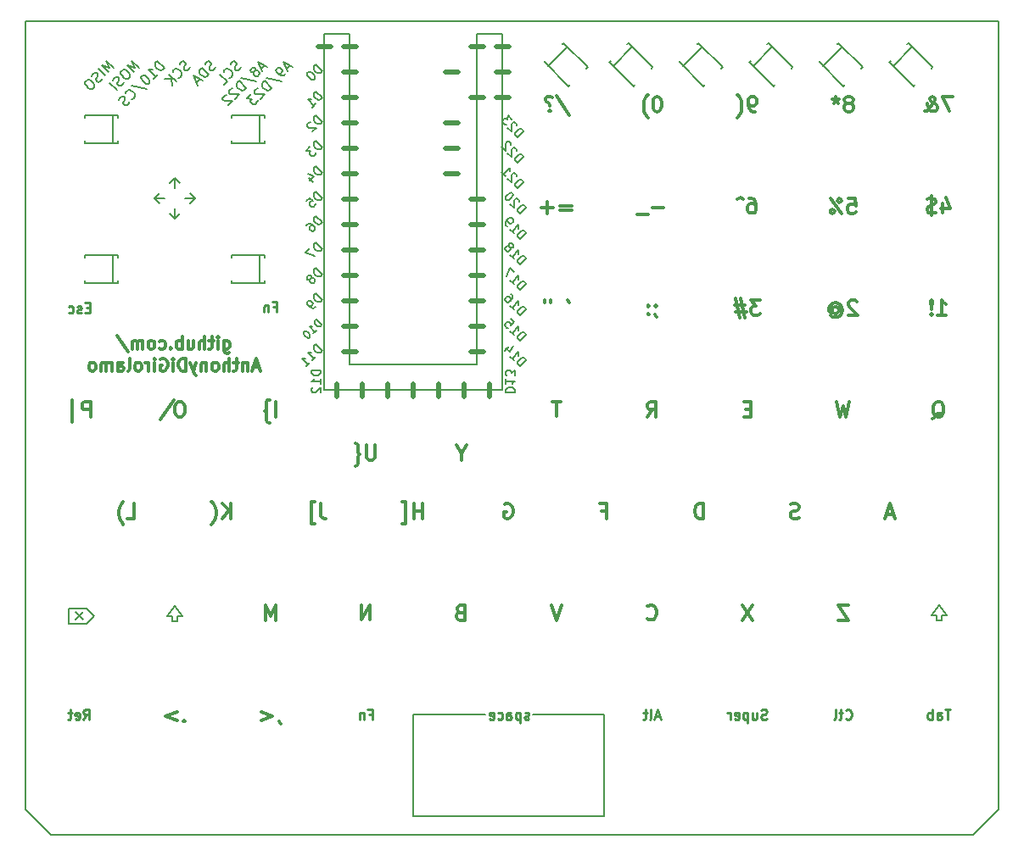
<source format=gbr>
%TF.GenerationSoftware,KiCad,Pcbnew,5.0.1-33cea8e~68~ubuntu16.04.1*%
%TF.CreationDate,2018-11-11T12:20:13-08:00*%
%TF.ProjectId,teensythumbboard,7465656E73797468756D62626F617264,rev?*%
%TF.SameCoordinates,PX68290a0PY463f660*%
%TF.FileFunction,Legend,Bot*%
%TF.FilePolarity,Positive*%
%FSLAX46Y46*%
G04 Gerber Fmt 4.6, Leading zero omitted, Abs format (unit mm)*
G04 Created by KiCad (PCBNEW 5.0.1-33cea8e~68~ubuntu16.04.1) date Sun 11 Nov 2018 12:20:13 PM PST*
%MOMM*%
%LPD*%
G01*
G04 APERTURE LIST*
%ADD10C,0.500000*%
%ADD11C,0.150000*%
%ADD12C,0.200000*%
%ADD13C,0.300000*%
%ADD14C,0.250000*%
G04 APERTURE END LIST*
D10*
X46990000Y-2540000D02*
X48260000Y-2540000D01*
X44450000Y-2540000D02*
X45720000Y-2540000D01*
X41910000Y-5080000D02*
X43180000Y-5080000D01*
X46990000Y-5080000D02*
X48260000Y-5080000D01*
X46990000Y-7620000D02*
X48260000Y-7620000D01*
X44450000Y-7620000D02*
X45720000Y-7620000D01*
X41910000Y-10160000D02*
X43180000Y-10160000D01*
X41910000Y-12700000D02*
X43180000Y-12700000D01*
X41910000Y-15240000D02*
X43180000Y-15240000D01*
X44450000Y-17780000D02*
X45720000Y-17780000D01*
X44450000Y-20320000D02*
X45720000Y-20320000D01*
X44450000Y-25400000D02*
X45720000Y-25400000D01*
X44450000Y-22860000D02*
X45720000Y-22860000D01*
X44450000Y-27940000D02*
X45720000Y-27940000D01*
X44450000Y-30480000D02*
X45720000Y-30480000D01*
X44450000Y-33020000D02*
X45720000Y-33020000D01*
X29210000Y-2540000D02*
X30480000Y-2540000D01*
X31750000Y-2540000D02*
X33020000Y-2540000D01*
X31750000Y-5080000D02*
X33020000Y-5080000D01*
X31750000Y-7620000D02*
X33020000Y-7620000D01*
X31750000Y-10160000D02*
X33020000Y-10160000D01*
X31750000Y-12700000D02*
X33020000Y-12700000D01*
X31750000Y-15240000D02*
X33020000Y-15240000D01*
X31750000Y-17780000D02*
X33020000Y-17780000D01*
X31750000Y-20320000D02*
X33020000Y-20320000D01*
X31750000Y-22860000D02*
X33020000Y-22860000D01*
X31750000Y-25400000D02*
X33020000Y-25400000D01*
X31750000Y-27940000D02*
X33020000Y-27940000D01*
X31750000Y-30480000D02*
X33020000Y-30480000D01*
X31750000Y-33020000D02*
X33020000Y-33020000D01*
X31115000Y-36195000D02*
X31115000Y-37465000D01*
X33655000Y-36195000D02*
X33655000Y-37465000D01*
X36195000Y-36195000D02*
X36195000Y-37465000D01*
X38735000Y-36195000D02*
X38735000Y-37465000D01*
X41275000Y-36195000D02*
X41275000Y-37465000D01*
X43815000Y-36195000D02*
X43815000Y-37465000D01*
X46355000Y-36195000D02*
X46355000Y-37465000D01*
D11*
X45085000Y-1270000D02*
X47625000Y-1270000D01*
X29845000Y-1270000D02*
X32385000Y-1270000D01*
X45085000Y-34290000D02*
X32385000Y-34290000D01*
X32385000Y-1270000D02*
X32385000Y-34290000D01*
X47625000Y-36830000D02*
X29845000Y-36830000D01*
X0Y0D02*
X97155000Y0D01*
X29845000Y-34290000D02*
X29845000Y-36830000D01*
D12*
X29490142Y-34888285D02*
X28590142Y-34888285D01*
X28590142Y-35102571D01*
X28633000Y-35231142D01*
X28718714Y-35316857D01*
X28804428Y-35359714D01*
X28975857Y-35402571D01*
X29104428Y-35402571D01*
X29275857Y-35359714D01*
X29361571Y-35316857D01*
X29447285Y-35231142D01*
X29490142Y-35102571D01*
X29490142Y-34888285D01*
X29490142Y-36259714D02*
X29490142Y-35745428D01*
X29490142Y-36002571D02*
X28590142Y-36002571D01*
X28718714Y-35916857D01*
X28804428Y-35831142D01*
X28847285Y-35745428D01*
X28675857Y-36602571D02*
X28633000Y-36645428D01*
X28590142Y-36731142D01*
X28590142Y-36945428D01*
X28633000Y-37031142D01*
X28675857Y-37074000D01*
X28761571Y-37116857D01*
X28847285Y-37116857D01*
X28975857Y-37074000D01*
X29490142Y-36559714D01*
X29490142Y-37116857D01*
D11*
X29845000Y-34290000D02*
X29845000Y-1270000D01*
X47625000Y-36830000D02*
X47625000Y-1270000D01*
X45085000Y-1270000D02*
X45085000Y-34290000D01*
D12*
X29635446Y-4976340D02*
X28999050Y-4339944D01*
X28847527Y-4491467D01*
X28786918Y-4612685D01*
X28786918Y-4733903D01*
X28817223Y-4824817D01*
X28908136Y-4976340D01*
X28999050Y-5067253D01*
X29150573Y-5158167D01*
X29241487Y-5188472D01*
X29362705Y-5188472D01*
X29483923Y-5127863D01*
X29635446Y-4976340D01*
X28241436Y-5097558D02*
X28180827Y-5158167D01*
X28150522Y-5249081D01*
X28150522Y-5309690D01*
X28180827Y-5400604D01*
X28271740Y-5552127D01*
X28423263Y-5703650D01*
X28574786Y-5794563D01*
X28665700Y-5824868D01*
X28726309Y-5824868D01*
X28817223Y-5794563D01*
X28877832Y-5733954D01*
X28908136Y-5643040D01*
X28908136Y-5582431D01*
X28877832Y-5491518D01*
X28786918Y-5339995D01*
X28635395Y-5188472D01*
X28483872Y-5097558D01*
X28392959Y-5067253D01*
X28332349Y-5067253D01*
X28241436Y-5097558D01*
X29635446Y-7643340D02*
X28999050Y-7006944D01*
X28847527Y-7158467D01*
X28786918Y-7279685D01*
X28786918Y-7400903D01*
X28817223Y-7491817D01*
X28908136Y-7643340D01*
X28999050Y-7734253D01*
X29150573Y-7825167D01*
X29241487Y-7855472D01*
X29362705Y-7855472D01*
X29483923Y-7794863D01*
X29635446Y-7643340D01*
X28665700Y-8613086D02*
X29029355Y-8249431D01*
X28847527Y-8431259D02*
X28211131Y-7794863D01*
X28362654Y-7825167D01*
X28483872Y-7825167D01*
X28574786Y-7794863D01*
X29635446Y-10056340D02*
X28999050Y-9419944D01*
X28847527Y-9571467D01*
X28786918Y-9692685D01*
X28786918Y-9813903D01*
X28817223Y-9904817D01*
X28908136Y-10056340D01*
X28999050Y-10147253D01*
X29150573Y-10238167D01*
X29241487Y-10268472D01*
X29362705Y-10268472D01*
X29483923Y-10207863D01*
X29635446Y-10056340D01*
X28453568Y-10086644D02*
X28392959Y-10086644D01*
X28302045Y-10116949D01*
X28150522Y-10268472D01*
X28120217Y-10359386D01*
X28120217Y-10419995D01*
X28150522Y-10510908D01*
X28211131Y-10571518D01*
X28332349Y-10632127D01*
X29059659Y-10632127D01*
X28665700Y-11026086D01*
X29635446Y-12596340D02*
X28999050Y-11959944D01*
X28847527Y-12111467D01*
X28786918Y-12232685D01*
X28786918Y-12353903D01*
X28817223Y-12444817D01*
X28908136Y-12596340D01*
X28999050Y-12687253D01*
X29150573Y-12778167D01*
X29241487Y-12808472D01*
X29362705Y-12808472D01*
X29483923Y-12747863D01*
X29635446Y-12596340D01*
X28423263Y-12535731D02*
X28029304Y-12929690D01*
X28483872Y-12959995D01*
X28392959Y-13050908D01*
X28362654Y-13141822D01*
X28362654Y-13202431D01*
X28392959Y-13293345D01*
X28544481Y-13444868D01*
X28635395Y-13475172D01*
X28696004Y-13475172D01*
X28786918Y-13444868D01*
X28968746Y-13263040D01*
X28999050Y-13172127D01*
X28999050Y-13111518D01*
X29635446Y-15136340D02*
X28999050Y-14499944D01*
X28847527Y-14651467D01*
X28786918Y-14772685D01*
X28786918Y-14893903D01*
X28817223Y-14984817D01*
X28908136Y-15136340D01*
X28999050Y-15227253D01*
X29150573Y-15318167D01*
X29241487Y-15348472D01*
X29362705Y-15348472D01*
X29483923Y-15287863D01*
X29635446Y-15136340D01*
X28302045Y-15621213D02*
X28726309Y-16045477D01*
X28211131Y-15227253D02*
X28817223Y-15530299D01*
X28423263Y-15924259D01*
X29635446Y-17676340D02*
X28999050Y-17039944D01*
X28847527Y-17191467D01*
X28786918Y-17312685D01*
X28786918Y-17433903D01*
X28817223Y-17524817D01*
X28908136Y-17676340D01*
X28999050Y-17767253D01*
X29150573Y-17858167D01*
X29241487Y-17888472D01*
X29362705Y-17888472D01*
X29483923Y-17827863D01*
X29635446Y-17676340D01*
X28059608Y-17979386D02*
X28362654Y-17676340D01*
X28696004Y-17949081D01*
X28635395Y-17949081D01*
X28544481Y-17979386D01*
X28392959Y-18130908D01*
X28362654Y-18221822D01*
X28362654Y-18282431D01*
X28392959Y-18373345D01*
X28544481Y-18524868D01*
X28635395Y-18555172D01*
X28696004Y-18555172D01*
X28786918Y-18524868D01*
X28938441Y-18373345D01*
X28968746Y-18282431D01*
X28968746Y-18221822D01*
X29635446Y-20089340D02*
X28999050Y-19452944D01*
X28847527Y-19604467D01*
X28786918Y-19725685D01*
X28786918Y-19846903D01*
X28817223Y-19937817D01*
X28908136Y-20089340D01*
X28999050Y-20180253D01*
X29150573Y-20271167D01*
X29241487Y-20301472D01*
X29362705Y-20301472D01*
X29483923Y-20240863D01*
X29635446Y-20089340D01*
X28089913Y-20362081D02*
X28211131Y-20240863D01*
X28302045Y-20210558D01*
X28362654Y-20210558D01*
X28514177Y-20240863D01*
X28665700Y-20331776D01*
X28908136Y-20574213D01*
X28938441Y-20665127D01*
X28938441Y-20725736D01*
X28908136Y-20816650D01*
X28786918Y-20937868D01*
X28696004Y-20968172D01*
X28635395Y-20968172D01*
X28544481Y-20937868D01*
X28392959Y-20786345D01*
X28362654Y-20695431D01*
X28362654Y-20634822D01*
X28392959Y-20543908D01*
X28514177Y-20422690D01*
X28605091Y-20392386D01*
X28665700Y-20392386D01*
X28756613Y-20422690D01*
X29635446Y-22756340D02*
X28999050Y-22119944D01*
X28847527Y-22271467D01*
X28786918Y-22392685D01*
X28786918Y-22513903D01*
X28817223Y-22604817D01*
X28908136Y-22756340D01*
X28999050Y-22847253D01*
X29150573Y-22938167D01*
X29241487Y-22968472D01*
X29362705Y-22968472D01*
X29483923Y-22907863D01*
X29635446Y-22756340D01*
X28423263Y-22695731D02*
X27998999Y-23119995D01*
X28908136Y-23483650D01*
X29635446Y-25296340D02*
X28999050Y-24659944D01*
X28847527Y-24811467D01*
X28786918Y-24932685D01*
X28786918Y-25053903D01*
X28817223Y-25144817D01*
X28908136Y-25296340D01*
X28999050Y-25387253D01*
X29150573Y-25478167D01*
X29241487Y-25508472D01*
X29362705Y-25508472D01*
X29483923Y-25447863D01*
X29635446Y-25296340D01*
X28544481Y-25659995D02*
X28574786Y-25569081D01*
X28574786Y-25508472D01*
X28544481Y-25417558D01*
X28514177Y-25387253D01*
X28423263Y-25356949D01*
X28362654Y-25356949D01*
X28271740Y-25387253D01*
X28150522Y-25508472D01*
X28120217Y-25599386D01*
X28120217Y-25659995D01*
X28150522Y-25750908D01*
X28180827Y-25781213D01*
X28271740Y-25811518D01*
X28332349Y-25811518D01*
X28423263Y-25781213D01*
X28544481Y-25659995D01*
X28635395Y-25629690D01*
X28696004Y-25629690D01*
X28786918Y-25659995D01*
X28908136Y-25781213D01*
X28938441Y-25872127D01*
X28938441Y-25932736D01*
X28908136Y-26023650D01*
X28786918Y-26144868D01*
X28696004Y-26175172D01*
X28635395Y-26175172D01*
X28544481Y-26144868D01*
X28423263Y-26023650D01*
X28392959Y-25932736D01*
X28392959Y-25872127D01*
X28423263Y-25781213D01*
X29635446Y-27836340D02*
X28999050Y-27199944D01*
X28847527Y-27351467D01*
X28786918Y-27472685D01*
X28786918Y-27593903D01*
X28817223Y-27684817D01*
X28908136Y-27836340D01*
X28999050Y-27927253D01*
X29150573Y-28018167D01*
X29241487Y-28048472D01*
X29362705Y-28048472D01*
X29483923Y-27987863D01*
X29635446Y-27836340D01*
X28968746Y-28503040D02*
X28847527Y-28624259D01*
X28756613Y-28654563D01*
X28696004Y-28654563D01*
X28544481Y-28624259D01*
X28392959Y-28533345D01*
X28150522Y-28290908D01*
X28120217Y-28199995D01*
X28120217Y-28139386D01*
X28150522Y-28048472D01*
X28271740Y-27927253D01*
X28362654Y-27896949D01*
X28423263Y-27896949D01*
X28514177Y-27927253D01*
X28665700Y-28078776D01*
X28696004Y-28169690D01*
X28696004Y-28230299D01*
X28665700Y-28321213D01*
X28544481Y-28442431D01*
X28453568Y-28472736D01*
X28392959Y-28472736D01*
X28302045Y-28442431D01*
X29620294Y-30327516D02*
X29054608Y-29761830D01*
X28919921Y-29896517D01*
X28866047Y-30004267D01*
X28866047Y-30112016D01*
X28892984Y-30192829D01*
X28973796Y-30327516D01*
X29054608Y-30408328D01*
X29189296Y-30489140D01*
X29270108Y-30516078D01*
X29377857Y-30516078D01*
X29485607Y-30462203D01*
X29620294Y-30327516D01*
X28758297Y-31189513D02*
X29081546Y-30866264D01*
X28919921Y-31027888D02*
X28354236Y-30462203D01*
X28488923Y-30489140D01*
X28596673Y-30489140D01*
X28677485Y-30462203D01*
X27842425Y-30974013D02*
X27788551Y-31027888D01*
X27761613Y-31108700D01*
X27761613Y-31162575D01*
X27788551Y-31243387D01*
X27869363Y-31378074D01*
X28004050Y-31512761D01*
X28138737Y-31593574D01*
X28219549Y-31620511D01*
X28273424Y-31620511D01*
X28354236Y-31593574D01*
X28408111Y-31539699D01*
X28435048Y-31458887D01*
X28435048Y-31405012D01*
X28408111Y-31324200D01*
X28327299Y-31189513D01*
X28192612Y-31054826D01*
X28057925Y-30974013D01*
X27977112Y-30947076D01*
X27923238Y-30947076D01*
X27842425Y-30974013D01*
X29635446Y-32916340D02*
X28999050Y-32279944D01*
X28847527Y-32431467D01*
X28786918Y-32552685D01*
X28786918Y-32673903D01*
X28817223Y-32764817D01*
X28908136Y-32916340D01*
X28999050Y-33007253D01*
X29150573Y-33098167D01*
X29241487Y-33128472D01*
X29362705Y-33128472D01*
X29483923Y-33067863D01*
X29635446Y-32916340D01*
X28665700Y-33886086D02*
X29029355Y-33522431D01*
X28847527Y-33704259D02*
X28211131Y-33067863D01*
X28362654Y-33098167D01*
X28483872Y-33098167D01*
X28574786Y-33067863D01*
X28059608Y-34492178D02*
X28423263Y-34128523D01*
X28241436Y-34310350D02*
X27605040Y-33673954D01*
X27756562Y-33704259D01*
X27877781Y-33704259D01*
X27968695Y-33673954D01*
X47979857Y-37074000D02*
X48879857Y-37074000D01*
X48879857Y-36859714D01*
X48837000Y-36731142D01*
X48751285Y-36645428D01*
X48665571Y-36602571D01*
X48494142Y-36559714D01*
X48365571Y-36559714D01*
X48194142Y-36602571D01*
X48108428Y-36645428D01*
X48022714Y-36731142D01*
X47979857Y-36859714D01*
X47979857Y-37074000D01*
X47979857Y-35702571D02*
X47979857Y-36216857D01*
X47979857Y-35959714D02*
X48879857Y-35959714D01*
X48751285Y-36045428D01*
X48665571Y-36131142D01*
X48622714Y-36216857D01*
X48879857Y-35402571D02*
X48879857Y-34845428D01*
X48537000Y-35145428D01*
X48537000Y-35016857D01*
X48494142Y-34931142D01*
X48451285Y-34888285D01*
X48365571Y-34845428D01*
X48151285Y-34845428D01*
X48065571Y-34888285D01*
X48022714Y-34931142D01*
X47979857Y-35016857D01*
X47979857Y-35274000D01*
X48022714Y-35359714D01*
X48065571Y-35402571D01*
X49380086Y-34461873D02*
X50016482Y-33825477D01*
X49864959Y-33673954D01*
X49743741Y-33613345D01*
X49622523Y-33613345D01*
X49531609Y-33643650D01*
X49380086Y-33734563D01*
X49289172Y-33825477D01*
X49198259Y-33977000D01*
X49167954Y-34067914D01*
X49167954Y-34189132D01*
X49228563Y-34310350D01*
X49380086Y-34461873D01*
X48410340Y-33492127D02*
X48773995Y-33855782D01*
X48592167Y-33673954D02*
X49228563Y-33037558D01*
X49198259Y-33189081D01*
X49198259Y-33310299D01*
X49228563Y-33401213D01*
X48289121Y-32522380D02*
X47864857Y-32946644D01*
X48683081Y-32431467D02*
X48380035Y-33037558D01*
X47986076Y-32643599D01*
X49380086Y-31921873D02*
X50016482Y-31285477D01*
X49864959Y-31133954D01*
X49743741Y-31073345D01*
X49622523Y-31073345D01*
X49531609Y-31103650D01*
X49380086Y-31194563D01*
X49289172Y-31285477D01*
X49198259Y-31437000D01*
X49167954Y-31527914D01*
X49167954Y-31649132D01*
X49228563Y-31770350D01*
X49380086Y-31921873D01*
X48410340Y-30952127D02*
X48773995Y-31315782D01*
X48592167Y-31133954D02*
X49228563Y-30497558D01*
X49198259Y-30649081D01*
X49198259Y-30770299D01*
X49228563Y-30861213D01*
X48470949Y-29739944D02*
X48773995Y-30042989D01*
X48501253Y-30376340D01*
X48501253Y-30315731D01*
X48470949Y-30224817D01*
X48319426Y-30073294D01*
X48228512Y-30042989D01*
X48167903Y-30042989D01*
X48076989Y-30073294D01*
X47925467Y-30224817D01*
X47895162Y-30315731D01*
X47895162Y-30376340D01*
X47925467Y-30467253D01*
X48076989Y-30618776D01*
X48167903Y-30649081D01*
X48228512Y-30649081D01*
X49380086Y-29381873D02*
X50016482Y-28745477D01*
X49864959Y-28593954D01*
X49743741Y-28533345D01*
X49622523Y-28533345D01*
X49531609Y-28563650D01*
X49380086Y-28654563D01*
X49289172Y-28745477D01*
X49198259Y-28897000D01*
X49167954Y-28987914D01*
X49167954Y-29109132D01*
X49228563Y-29230350D01*
X49380086Y-29381873D01*
X48410340Y-28412127D02*
X48773995Y-28775782D01*
X48592167Y-28593954D02*
X49228563Y-27957558D01*
X49198259Y-28109081D01*
X49198259Y-28230299D01*
X49228563Y-28321213D01*
X48501253Y-27230248D02*
X48622472Y-27351467D01*
X48652776Y-27442380D01*
X48652776Y-27502989D01*
X48622472Y-27654512D01*
X48531558Y-27806035D01*
X48289121Y-28048472D01*
X48198208Y-28078776D01*
X48137599Y-28078776D01*
X48046685Y-28048472D01*
X47925467Y-27927253D01*
X47895162Y-27836340D01*
X47895162Y-27775731D01*
X47925467Y-27684817D01*
X48076989Y-27533294D01*
X48167903Y-27502989D01*
X48228512Y-27502989D01*
X48319426Y-27533294D01*
X48440644Y-27654512D01*
X48470949Y-27745426D01*
X48470949Y-27806035D01*
X48440644Y-27896949D01*
X49380086Y-26841873D02*
X50016482Y-26205477D01*
X49864959Y-26053954D01*
X49743741Y-25993345D01*
X49622523Y-25993345D01*
X49531609Y-26023650D01*
X49380086Y-26114563D01*
X49289172Y-26205477D01*
X49198259Y-26357000D01*
X49167954Y-26447914D01*
X49167954Y-26569132D01*
X49228563Y-26690350D01*
X49380086Y-26841873D01*
X48410340Y-25872127D02*
X48773995Y-26235782D01*
X48592167Y-26053954D02*
X49228563Y-25417558D01*
X49198259Y-25569081D01*
X49198259Y-25690299D01*
X49228563Y-25781213D01*
X48834604Y-25023599D02*
X48410340Y-24599334D01*
X48046685Y-25508472D01*
X49380086Y-24301873D02*
X50016482Y-23665477D01*
X49864959Y-23513954D01*
X49743741Y-23453345D01*
X49622523Y-23453345D01*
X49531609Y-23483650D01*
X49380086Y-23574563D01*
X49289172Y-23665477D01*
X49198259Y-23817000D01*
X49167954Y-23907914D01*
X49167954Y-24029132D01*
X49228563Y-24150350D01*
X49380086Y-24301873D01*
X48410340Y-23332127D02*
X48773995Y-23695782D01*
X48592167Y-23513954D02*
X49228563Y-22877558D01*
X49198259Y-23029081D01*
X49198259Y-23150299D01*
X49228563Y-23241213D01*
X48410340Y-22604817D02*
X48501253Y-22635121D01*
X48561863Y-22635121D01*
X48652776Y-22604817D01*
X48683081Y-22574512D01*
X48713386Y-22483599D01*
X48713386Y-22422989D01*
X48683081Y-22332076D01*
X48561863Y-22210857D01*
X48470949Y-22180553D01*
X48410340Y-22180553D01*
X48319426Y-22210857D01*
X48289121Y-22241162D01*
X48258817Y-22332076D01*
X48258817Y-22392685D01*
X48289121Y-22483599D01*
X48410340Y-22604817D01*
X48440644Y-22695731D01*
X48440644Y-22756340D01*
X48410340Y-22847253D01*
X48289121Y-22968472D01*
X48198208Y-22998776D01*
X48137599Y-22998776D01*
X48046685Y-22968472D01*
X47925467Y-22847253D01*
X47895162Y-22756340D01*
X47895162Y-22695731D01*
X47925467Y-22604817D01*
X48046685Y-22483599D01*
X48137599Y-22453294D01*
X48198208Y-22453294D01*
X48289121Y-22483599D01*
X49380086Y-21761873D02*
X50016482Y-21125477D01*
X49864959Y-20973954D01*
X49743741Y-20913345D01*
X49622523Y-20913345D01*
X49531609Y-20943650D01*
X49380086Y-21034563D01*
X49289172Y-21125477D01*
X49198259Y-21277000D01*
X49167954Y-21367914D01*
X49167954Y-21489132D01*
X49228563Y-21610350D01*
X49380086Y-21761873D01*
X48410340Y-20792127D02*
X48773995Y-21155782D01*
X48592167Y-20973954D02*
X49228563Y-20337558D01*
X49198259Y-20489081D01*
X49198259Y-20610299D01*
X49228563Y-20701213D01*
X48107294Y-20489081D02*
X47986076Y-20367863D01*
X47955771Y-20276949D01*
X47955771Y-20216340D01*
X47986076Y-20064817D01*
X48076989Y-19913294D01*
X48319426Y-19670857D01*
X48410340Y-19640553D01*
X48470949Y-19640553D01*
X48561863Y-19670857D01*
X48683081Y-19792076D01*
X48713386Y-19882989D01*
X48713386Y-19943599D01*
X48683081Y-20034512D01*
X48531558Y-20186035D01*
X48440644Y-20216340D01*
X48380035Y-20216340D01*
X48289121Y-20186035D01*
X48167903Y-20064817D01*
X48137599Y-19973903D01*
X48137599Y-19913294D01*
X48167903Y-19822380D01*
X49380086Y-19221873D02*
X50016482Y-18585477D01*
X49864959Y-18433954D01*
X49743741Y-18373345D01*
X49622523Y-18373345D01*
X49531609Y-18403650D01*
X49380086Y-18494563D01*
X49289172Y-18585477D01*
X49198259Y-18737000D01*
X49167954Y-18827914D01*
X49167954Y-18949132D01*
X49228563Y-19070350D01*
X49380086Y-19221873D01*
X49349782Y-18039995D02*
X49349782Y-17979386D01*
X49319477Y-17888472D01*
X49167954Y-17736949D01*
X49077040Y-17706644D01*
X49016431Y-17706644D01*
X48925518Y-17736949D01*
X48864908Y-17797558D01*
X48804299Y-17918776D01*
X48804299Y-18646086D01*
X48410340Y-18252127D01*
X48652776Y-17221771D02*
X48592167Y-17161162D01*
X48501253Y-17130857D01*
X48440644Y-17130857D01*
X48349731Y-17161162D01*
X48198208Y-17252076D01*
X48046685Y-17403599D01*
X47955771Y-17555121D01*
X47925467Y-17646035D01*
X47925467Y-17706644D01*
X47955771Y-17797558D01*
X48016380Y-17858167D01*
X48107294Y-17888472D01*
X48167903Y-17888472D01*
X48258817Y-17858167D01*
X48410340Y-17767253D01*
X48561863Y-17615731D01*
X48652776Y-17464208D01*
X48683081Y-17373294D01*
X48683081Y-17312685D01*
X48652776Y-17221771D01*
X49126086Y-16681873D02*
X49762482Y-16045477D01*
X49610959Y-15893954D01*
X49489741Y-15833345D01*
X49368523Y-15833345D01*
X49277609Y-15863650D01*
X49126086Y-15954563D01*
X49035172Y-16045477D01*
X48944259Y-16197000D01*
X48913954Y-16287914D01*
X48913954Y-16409132D01*
X48974563Y-16530350D01*
X49126086Y-16681873D01*
X49095782Y-15499995D02*
X49095782Y-15439386D01*
X49065477Y-15348472D01*
X48913954Y-15196949D01*
X48823040Y-15166644D01*
X48762431Y-15166644D01*
X48671518Y-15196949D01*
X48610908Y-15257558D01*
X48550299Y-15378776D01*
X48550299Y-16106086D01*
X48156340Y-15712127D01*
X47550248Y-15106035D02*
X47913903Y-15469690D01*
X47732076Y-15287863D02*
X48368472Y-14651467D01*
X48338167Y-14802989D01*
X48338167Y-14924208D01*
X48368472Y-15015121D01*
X49126086Y-14141873D02*
X49762482Y-13505477D01*
X49610959Y-13353954D01*
X49489741Y-13293345D01*
X49368523Y-13293345D01*
X49277609Y-13323650D01*
X49126086Y-13414563D01*
X49035172Y-13505477D01*
X48944259Y-13657000D01*
X48913954Y-13747914D01*
X48913954Y-13869132D01*
X48974563Y-13990350D01*
X49126086Y-14141873D01*
X49095782Y-12959995D02*
X49095782Y-12899386D01*
X49065477Y-12808472D01*
X48913954Y-12656949D01*
X48823040Y-12626644D01*
X48762431Y-12626644D01*
X48671518Y-12656949D01*
X48610908Y-12717558D01*
X48550299Y-12838776D01*
X48550299Y-13566086D01*
X48156340Y-13172127D01*
X48489690Y-12353903D02*
X48489690Y-12293294D01*
X48459386Y-12202380D01*
X48307863Y-12050857D01*
X48216949Y-12020553D01*
X48156340Y-12020553D01*
X48065426Y-12050857D01*
X48004817Y-12111467D01*
X47944208Y-12232685D01*
X47944208Y-12959995D01*
X47550248Y-12566035D01*
X49126086Y-11601873D02*
X49762482Y-10965477D01*
X49610959Y-10813954D01*
X49489741Y-10753345D01*
X49368523Y-10753345D01*
X49277609Y-10783650D01*
X49126086Y-10874563D01*
X49035172Y-10965477D01*
X48944259Y-11117000D01*
X48913954Y-11207914D01*
X48913954Y-11329132D01*
X48974563Y-11450350D01*
X49126086Y-11601873D01*
X49095782Y-10419995D02*
X49095782Y-10359386D01*
X49065477Y-10268472D01*
X48913954Y-10116949D01*
X48823040Y-10086644D01*
X48762431Y-10086644D01*
X48671518Y-10116949D01*
X48610908Y-10177558D01*
X48550299Y-10298776D01*
X48550299Y-11026086D01*
X48156340Y-10632127D01*
X48580604Y-9783599D02*
X48186644Y-9389639D01*
X48156340Y-9844208D01*
X48065426Y-9753294D01*
X47974512Y-9722989D01*
X47913903Y-9722989D01*
X47822989Y-9753294D01*
X47671467Y-9904817D01*
X47641162Y-9995731D01*
X47641162Y-10056340D01*
X47671467Y-10147253D01*
X47853294Y-10329081D01*
X47944208Y-10359386D01*
X48004817Y-10359386D01*
D13*
X10159714Y-49678571D02*
X10874000Y-49678571D01*
X10874000Y-48178571D01*
X9802571Y-50250000D02*
X9731142Y-50178571D01*
X9588285Y-49964285D01*
X9516857Y-49821428D01*
X9445428Y-49607142D01*
X9374000Y-49250000D01*
X9374000Y-48964285D01*
X9445428Y-48607142D01*
X9516857Y-48392857D01*
X9588285Y-48250000D01*
X9731142Y-48035714D01*
X9802571Y-47964285D01*
X20541857Y-49678571D02*
X20541857Y-48178571D01*
X19684714Y-49678571D02*
X20327571Y-48821428D01*
X19684714Y-48178571D02*
X20541857Y-49035714D01*
X18613285Y-50250000D02*
X18684714Y-50178571D01*
X18827571Y-49964285D01*
X18899000Y-49821428D01*
X18970428Y-49607142D01*
X19041857Y-49250000D01*
X19041857Y-48964285D01*
X18970428Y-48607142D01*
X18899000Y-48392857D01*
X18827571Y-48250000D01*
X18684714Y-48035714D01*
X18613285Y-47964285D01*
X29459714Y-48178571D02*
X29459714Y-49250000D01*
X29531142Y-49464285D01*
X29674000Y-49607142D01*
X29888285Y-49678571D01*
X30031142Y-49678571D01*
X28888285Y-50178571D02*
X28531142Y-50178571D01*
X28531142Y-48035714D01*
X28888285Y-48035714D01*
X86681142Y-49250000D02*
X85966857Y-49250000D01*
X86824000Y-49678571D02*
X86324000Y-48178571D01*
X85824000Y-49678571D01*
X77227571Y-49607142D02*
X77013285Y-49678571D01*
X76656142Y-49678571D01*
X76513285Y-49607142D01*
X76441857Y-49535714D01*
X76370428Y-49392857D01*
X76370428Y-49250000D01*
X76441857Y-49107142D01*
X76513285Y-49035714D01*
X76656142Y-48964285D01*
X76941857Y-48892857D01*
X77084714Y-48821428D01*
X77156142Y-48750000D01*
X77227571Y-48607142D01*
X77227571Y-48464285D01*
X77156142Y-48321428D01*
X77084714Y-48250000D01*
X76941857Y-48178571D01*
X76584714Y-48178571D01*
X76370428Y-48250000D01*
X67666857Y-49678571D02*
X67666857Y-48178571D01*
X67309714Y-48178571D01*
X67095428Y-48250000D01*
X66952571Y-48392857D01*
X66881142Y-48535714D01*
X66809714Y-48821428D01*
X66809714Y-49035714D01*
X66881142Y-49321428D01*
X66952571Y-49464285D01*
X67095428Y-49607142D01*
X67309714Y-49678571D01*
X67666857Y-49678571D01*
X39627571Y-49678571D02*
X39627571Y-48178571D01*
X39627571Y-48892857D02*
X38770428Y-48892857D01*
X38770428Y-49678571D02*
X38770428Y-48178571D01*
X37627571Y-50178571D02*
X37984714Y-50178571D01*
X37984714Y-48035714D01*
X37627571Y-48035714D01*
X57534714Y-48892857D02*
X58034714Y-48892857D01*
X58034714Y-49678571D02*
X58034714Y-48178571D01*
X57320428Y-48178571D01*
X47831142Y-48250000D02*
X47974000Y-48178571D01*
X48188285Y-48178571D01*
X48402571Y-48250000D01*
X48545428Y-48392857D01*
X48616857Y-48535714D01*
X48688285Y-48821428D01*
X48688285Y-49035714D01*
X48616857Y-49321428D01*
X48545428Y-49464285D01*
X48402571Y-49607142D01*
X48188285Y-49678571D01*
X48045428Y-49678571D01*
X47831142Y-49607142D01*
X47759714Y-49535714D01*
X47759714Y-49035714D01*
X48045428Y-49035714D01*
X73350000Y-27858571D02*
X72421428Y-27858571D01*
X72921428Y-28430000D01*
X72707142Y-28430000D01*
X72564285Y-28501428D01*
X72492857Y-28572857D01*
X72421428Y-28715714D01*
X72421428Y-29072857D01*
X72492857Y-29215714D01*
X72564285Y-29287142D01*
X72707142Y-29358571D01*
X73135714Y-29358571D01*
X73278571Y-29287142D01*
X73350000Y-29215714D01*
X71850000Y-28358571D02*
X70778571Y-28358571D01*
X71421428Y-27715714D02*
X71850000Y-29644285D01*
X70921428Y-29001428D02*
X71992857Y-29001428D01*
X71350000Y-29644285D02*
X70921428Y-27715714D01*
D14*
X24784523Y-28503571D02*
X25117857Y-28503571D01*
X25117857Y-29027380D02*
X25117857Y-28027380D01*
X24641666Y-28027380D01*
X24260714Y-28360714D02*
X24260714Y-29027380D01*
X24260714Y-28455952D02*
X24213095Y-28408333D01*
X24117857Y-28360714D01*
X23975000Y-28360714D01*
X23879761Y-28408333D01*
X23832142Y-28503571D01*
X23832142Y-29027380D01*
X6472619Y-28608571D02*
X6139285Y-28608571D01*
X5996428Y-29132380D02*
X6472619Y-29132380D01*
X6472619Y-28132380D01*
X5996428Y-28132380D01*
X5615476Y-29084761D02*
X5520238Y-29132380D01*
X5329761Y-29132380D01*
X5234523Y-29084761D01*
X5186904Y-28989523D01*
X5186904Y-28941904D01*
X5234523Y-28846666D01*
X5329761Y-28799047D01*
X5472619Y-28799047D01*
X5567857Y-28751428D01*
X5615476Y-28656190D01*
X5615476Y-28608571D01*
X5567857Y-28513333D01*
X5472619Y-28465714D01*
X5329761Y-28465714D01*
X5234523Y-28513333D01*
X4329761Y-29084761D02*
X4425000Y-29132380D01*
X4615476Y-29132380D01*
X4710714Y-29084761D01*
X4758333Y-29037142D01*
X4805952Y-28941904D01*
X4805952Y-28656190D01*
X4758333Y-28560952D01*
X4710714Y-28513333D01*
X4615476Y-28465714D01*
X4425000Y-28465714D01*
X4329761Y-28513333D01*
D13*
X53050000Y-7437142D02*
X54335714Y-9365714D01*
X52335714Y-8865714D02*
X52264285Y-8937142D01*
X52335714Y-9008571D01*
X52407142Y-8937142D01*
X52335714Y-8865714D01*
X52335714Y-9008571D01*
X52621428Y-7580000D02*
X52478571Y-7508571D01*
X52121428Y-7508571D01*
X51978571Y-7580000D01*
X51907142Y-7722857D01*
X51907142Y-7865714D01*
X51978571Y-8008571D01*
X52050000Y-8080000D01*
X52192857Y-8151428D01*
X52264285Y-8222857D01*
X52335714Y-8365714D01*
X52335714Y-8437142D01*
X63146428Y-7538571D02*
X63003571Y-7538571D01*
X62860714Y-7610000D01*
X62789285Y-7681428D01*
X62717857Y-7824285D01*
X62646428Y-8110000D01*
X62646428Y-8467142D01*
X62717857Y-8752857D01*
X62789285Y-8895714D01*
X62860714Y-8967142D01*
X63003571Y-9038571D01*
X63146428Y-9038571D01*
X63289285Y-8967142D01*
X63360714Y-8895714D01*
X63432142Y-8752857D01*
X63503571Y-8467142D01*
X63503571Y-8110000D01*
X63432142Y-7824285D01*
X63360714Y-7681428D01*
X63289285Y-7610000D01*
X63146428Y-7538571D01*
X62146428Y-9610000D02*
X62075000Y-9538571D01*
X61932142Y-9324285D01*
X61860714Y-9181428D01*
X61789285Y-8967142D01*
X61717857Y-8610000D01*
X61717857Y-8324285D01*
X61789285Y-7967142D01*
X61860714Y-7752857D01*
X61932142Y-7610000D01*
X62075000Y-7395714D01*
X62146428Y-7324285D01*
X72885714Y-9038571D02*
X72600000Y-9038571D01*
X72457142Y-8967142D01*
X72385714Y-8895714D01*
X72242857Y-8681428D01*
X72171428Y-8395714D01*
X72171428Y-7824285D01*
X72242857Y-7681428D01*
X72314285Y-7610000D01*
X72457142Y-7538571D01*
X72742857Y-7538571D01*
X72885714Y-7610000D01*
X72957142Y-7681428D01*
X73028571Y-7824285D01*
X73028571Y-8181428D01*
X72957142Y-8324285D01*
X72885714Y-8395714D01*
X72742857Y-8467142D01*
X72457142Y-8467142D01*
X72314285Y-8395714D01*
X72242857Y-8324285D01*
X72171428Y-8181428D01*
X71100000Y-9610000D02*
X71171428Y-9538571D01*
X71314285Y-9324285D01*
X71385714Y-9181428D01*
X71457142Y-8967142D01*
X71528571Y-8610000D01*
X71528571Y-8324285D01*
X71457142Y-7967142D01*
X71385714Y-7752857D01*
X71314285Y-7610000D01*
X71171428Y-7395714D01*
X71100000Y-7324285D01*
X82339285Y-8181428D02*
X82482142Y-8110000D01*
X82553571Y-8038571D01*
X82625000Y-7895714D01*
X82625000Y-7824285D01*
X82553571Y-7681428D01*
X82482142Y-7610000D01*
X82339285Y-7538571D01*
X82053571Y-7538571D01*
X81910714Y-7610000D01*
X81839285Y-7681428D01*
X81767857Y-7824285D01*
X81767857Y-7895714D01*
X81839285Y-8038571D01*
X81910714Y-8110000D01*
X82053571Y-8181428D01*
X82339285Y-8181428D01*
X82482142Y-8252857D01*
X82553571Y-8324285D01*
X82625000Y-8467142D01*
X82625000Y-8752857D01*
X82553571Y-8895714D01*
X82482142Y-8967142D01*
X82339285Y-9038571D01*
X82053571Y-9038571D01*
X81910714Y-8967142D01*
X81839285Y-8895714D01*
X81767857Y-8752857D01*
X81767857Y-8467142D01*
X81839285Y-8324285D01*
X81910714Y-8252857D01*
X82053571Y-8181428D01*
X80910714Y-7538571D02*
X80910714Y-7895714D01*
X81267857Y-7752857D02*
X80910714Y-7895714D01*
X80553571Y-7752857D01*
X81125000Y-8181428D02*
X80910714Y-7895714D01*
X80696428Y-8181428D01*
X92578571Y-7508571D02*
X91578571Y-7508571D01*
X92221428Y-9008571D01*
X89792857Y-9008571D02*
X89864285Y-9008571D01*
X90007142Y-8937142D01*
X90221428Y-8722857D01*
X90578571Y-8294285D01*
X90721428Y-8080000D01*
X90792857Y-7865714D01*
X90792857Y-7722857D01*
X90721428Y-7580000D01*
X90578571Y-7508571D01*
X90507142Y-7508571D01*
X90364285Y-7580000D01*
X90292857Y-7722857D01*
X90292857Y-7794285D01*
X90364285Y-7937142D01*
X90435714Y-8008571D01*
X90864285Y-8294285D01*
X90935714Y-8365714D01*
X91007142Y-8508571D01*
X91007142Y-8722857D01*
X90935714Y-8865714D01*
X90864285Y-8937142D01*
X90721428Y-9008571D01*
X90507142Y-9008571D01*
X90364285Y-8937142D01*
X90292857Y-8865714D01*
X90078571Y-8580000D01*
X90007142Y-8365714D01*
X90007142Y-8222857D01*
X54550000Y-18412857D02*
X53407142Y-18412857D01*
X53407142Y-18841428D02*
X54550000Y-18841428D01*
X52692857Y-18627142D02*
X51550000Y-18627142D01*
X52121428Y-19198571D02*
X52121428Y-18055714D01*
X63717857Y-18597142D02*
X62575000Y-18597142D01*
X62217857Y-19311428D02*
X61075000Y-19311428D01*
X72242857Y-17668571D02*
X72528571Y-17668571D01*
X72671428Y-17740000D01*
X72742857Y-17811428D01*
X72885714Y-18025714D01*
X72957142Y-18311428D01*
X72957142Y-18882857D01*
X72885714Y-19025714D01*
X72814285Y-19097142D01*
X72671428Y-19168571D01*
X72385714Y-19168571D01*
X72242857Y-19097142D01*
X72171428Y-19025714D01*
X72100000Y-18882857D01*
X72100000Y-18525714D01*
X72171428Y-18382857D01*
X72242857Y-18311428D01*
X72385714Y-18240000D01*
X72671428Y-18240000D01*
X72814285Y-18311428D01*
X72885714Y-18382857D01*
X72957142Y-18525714D01*
X71671428Y-17811428D02*
X71385714Y-17597142D01*
X71100000Y-17811428D01*
X82125000Y-17698571D02*
X82839285Y-17698571D01*
X82910714Y-18412857D01*
X82839285Y-18341428D01*
X82696428Y-18270000D01*
X82339285Y-18270000D01*
X82196428Y-18341428D01*
X82125000Y-18412857D01*
X82053571Y-18555714D01*
X82053571Y-18912857D01*
X82125000Y-19055714D01*
X82196428Y-19127142D01*
X82339285Y-19198571D01*
X82696428Y-19198571D01*
X82839285Y-19127142D01*
X82910714Y-19055714D01*
X81482142Y-19198571D02*
X80339285Y-17698571D01*
X81267857Y-17698571D02*
X81125000Y-17770000D01*
X81053571Y-17912857D01*
X81125000Y-18055714D01*
X81267857Y-18127142D01*
X81410714Y-18055714D01*
X81482142Y-17912857D01*
X81410714Y-17770000D01*
X81267857Y-17698571D01*
X80410714Y-19127142D02*
X80339285Y-18984285D01*
X80410714Y-18841428D01*
X80553571Y-18770000D01*
X80696428Y-18841428D01*
X80767857Y-18984285D01*
X80696428Y-19127142D01*
X80553571Y-19198571D01*
X80410714Y-19127142D01*
X91578571Y-18168571D02*
X91578571Y-19168571D01*
X91935714Y-17597142D02*
X92292857Y-18668571D01*
X91364285Y-18668571D01*
X90864285Y-19097142D02*
X90650000Y-19168571D01*
X90292857Y-19168571D01*
X90150000Y-19097142D01*
X90078571Y-19025714D01*
X90007142Y-18882857D01*
X90007142Y-18740000D01*
X90078571Y-18597142D01*
X90150000Y-18525714D01*
X90292857Y-18454285D01*
X90578571Y-18382857D01*
X90721428Y-18311428D01*
X90792857Y-18240000D01*
X90864285Y-18097142D01*
X90864285Y-17954285D01*
X90792857Y-17811428D01*
X90721428Y-17740000D01*
X90578571Y-17668571D01*
X90221428Y-17668571D01*
X90007142Y-17740000D01*
X90435714Y-17454285D02*
X90435714Y-19382857D01*
X54121428Y-27828571D02*
X54264285Y-28114285D01*
X52407142Y-27828571D02*
X52407142Y-28114285D01*
X51835714Y-27828571D02*
X51835714Y-28114285D01*
X62860714Y-29257142D02*
X62860714Y-29328571D01*
X62932142Y-29471428D01*
X63003571Y-29542857D01*
X62932142Y-28400000D02*
X62860714Y-28471428D01*
X62932142Y-28542857D01*
X63003571Y-28471428D01*
X62932142Y-28400000D01*
X62932142Y-28542857D01*
X62217857Y-29185714D02*
X62146428Y-29257142D01*
X62217857Y-29328571D01*
X62289285Y-29257142D01*
X62217857Y-29185714D01*
X62217857Y-29328571D01*
X62217857Y-28400000D02*
X62146428Y-28471428D01*
X62217857Y-28542857D01*
X62289285Y-28471428D01*
X62217857Y-28400000D01*
X62217857Y-28542857D01*
X83017857Y-28001428D02*
X82946428Y-27930000D01*
X82803571Y-27858571D01*
X82446428Y-27858571D01*
X82303571Y-27930000D01*
X82232142Y-28001428D01*
X82160714Y-28144285D01*
X82160714Y-28287142D01*
X82232142Y-28501428D01*
X83089285Y-29358571D01*
X82160714Y-29358571D01*
X80589285Y-28644285D02*
X80660714Y-28572857D01*
X80803571Y-28501428D01*
X80946428Y-28501428D01*
X81089285Y-28572857D01*
X81160714Y-28644285D01*
X81232142Y-28787142D01*
X81232142Y-28930000D01*
X81160714Y-29072857D01*
X81089285Y-29144285D01*
X80946428Y-29215714D01*
X80803571Y-29215714D01*
X80660714Y-29144285D01*
X80589285Y-29072857D01*
X80589285Y-28501428D02*
X80589285Y-29072857D01*
X80517857Y-29144285D01*
X80446428Y-29144285D01*
X80303571Y-29072857D01*
X80232142Y-28930000D01*
X80232142Y-28572857D01*
X80375000Y-28358571D01*
X80589285Y-28215714D01*
X80875000Y-28144285D01*
X81160714Y-28215714D01*
X81375000Y-28358571D01*
X81517857Y-28572857D01*
X81589285Y-28858571D01*
X81517857Y-29144285D01*
X81375000Y-29358571D01*
X81160714Y-29501428D01*
X80875000Y-29572857D01*
X80589285Y-29501428D01*
X80375000Y-29358571D01*
X91078571Y-29358571D02*
X91935714Y-29358571D01*
X91507142Y-29358571D02*
X91507142Y-27858571D01*
X91650000Y-28072857D01*
X91792857Y-28215714D01*
X91935714Y-28287142D01*
X90435714Y-29215714D02*
X90364285Y-29287142D01*
X90435714Y-29358571D01*
X90507142Y-29287142D01*
X90435714Y-29215714D01*
X90435714Y-29358571D01*
X90435714Y-28787142D02*
X90507142Y-27930000D01*
X90435714Y-27858571D01*
X90364285Y-27930000D01*
X90435714Y-28787142D01*
X90435714Y-27858571D01*
X6532142Y-39518571D02*
X6532142Y-38018571D01*
X5960714Y-38018571D01*
X5817857Y-38090000D01*
X5746428Y-38161428D01*
X5675000Y-38304285D01*
X5675000Y-38518571D01*
X5746428Y-38661428D01*
X5817857Y-38732857D01*
X5960714Y-38804285D01*
X6532142Y-38804285D01*
X4675000Y-40018571D02*
X4675000Y-37875714D01*
X15592857Y-38018571D02*
X15307142Y-38018571D01*
X15164285Y-38090000D01*
X15021428Y-38232857D01*
X14950000Y-38518571D01*
X14950000Y-39018571D01*
X15021428Y-39304285D01*
X15164285Y-39447142D01*
X15307142Y-39518571D01*
X15592857Y-39518571D01*
X15735714Y-39447142D01*
X15878571Y-39304285D01*
X15950000Y-39018571D01*
X15950000Y-38518571D01*
X15878571Y-38232857D01*
X15735714Y-38090000D01*
X15592857Y-38018571D01*
X14807142Y-37875714D02*
X13521428Y-39804285D01*
X24975000Y-39518571D02*
X24975000Y-38018571D01*
X24403571Y-40090000D02*
X24332142Y-40090000D01*
X24189285Y-40018571D01*
X24117857Y-39875714D01*
X24117857Y-39161428D01*
X24046428Y-39018571D01*
X23903571Y-38947142D01*
X24046428Y-38875714D01*
X24117857Y-38732857D01*
X24117857Y-38018571D01*
X24189285Y-37875714D01*
X24332142Y-37804285D01*
X24403571Y-37804285D01*
X34928571Y-42358571D02*
X34928571Y-43572857D01*
X34857142Y-43715714D01*
X34785714Y-43787142D01*
X34642857Y-43858571D01*
X34357142Y-43858571D01*
X34214285Y-43787142D01*
X34142857Y-43715714D01*
X34071428Y-43572857D01*
X34071428Y-42358571D01*
X32928571Y-44430000D02*
X33000000Y-44430000D01*
X33142857Y-44358571D01*
X33214285Y-44215714D01*
X33214285Y-43501428D01*
X33285714Y-43358571D01*
X33428571Y-43287142D01*
X33285714Y-43215714D01*
X33214285Y-43072857D01*
X33214285Y-42358571D01*
X33142857Y-42215714D01*
X33000000Y-42144285D01*
X32928571Y-42144285D01*
X43525000Y-43144285D02*
X43525000Y-43858571D01*
X44025000Y-42358571D02*
X43525000Y-43144285D01*
X43025000Y-42358571D01*
X53478571Y-37988571D02*
X52621428Y-37988571D01*
X53050000Y-39488571D02*
X53050000Y-37988571D01*
X62110714Y-39518571D02*
X62610714Y-38804285D01*
X62967857Y-39518571D02*
X62967857Y-38018571D01*
X62396428Y-38018571D01*
X62253571Y-38090000D01*
X62182142Y-38161428D01*
X62110714Y-38304285D01*
X62110714Y-38518571D01*
X62182142Y-38661428D01*
X62253571Y-38732857D01*
X62396428Y-38804285D01*
X62967857Y-38804285D01*
X72421428Y-38732857D02*
X71921428Y-38732857D01*
X71707142Y-39518571D02*
X72421428Y-39518571D01*
X72421428Y-38018571D01*
X71707142Y-38018571D01*
X82267857Y-38018571D02*
X81910714Y-39518571D01*
X81625000Y-38447142D01*
X81339285Y-39518571D01*
X80982142Y-38018571D01*
X90578571Y-39661428D02*
X90721428Y-39590000D01*
X90864285Y-39447142D01*
X91078571Y-39232857D01*
X91221428Y-39161428D01*
X91364285Y-39161428D01*
X91292857Y-39518571D02*
X91435714Y-39447142D01*
X91578571Y-39304285D01*
X91650000Y-39018571D01*
X91650000Y-38518571D01*
X91578571Y-38232857D01*
X91435714Y-38090000D01*
X91292857Y-38018571D01*
X91007142Y-38018571D01*
X90864285Y-38090000D01*
X90721428Y-38232857D01*
X90650000Y-38518571D01*
X90650000Y-39018571D01*
X90721428Y-39304285D01*
X90864285Y-39447142D01*
X91007142Y-39518571D01*
X91292857Y-39518571D01*
X24975000Y-59838571D02*
X24975000Y-58338571D01*
X24475000Y-59410000D01*
X23975000Y-58338571D01*
X23975000Y-59838571D01*
X34428571Y-59808571D02*
X34428571Y-58308571D01*
X33571428Y-59808571D01*
X33571428Y-58308571D01*
X43417857Y-59052857D02*
X43203571Y-59124285D01*
X43132142Y-59195714D01*
X43060714Y-59338571D01*
X43060714Y-59552857D01*
X43132142Y-59695714D01*
X43203571Y-59767142D01*
X43346428Y-59838571D01*
X43917857Y-59838571D01*
X43917857Y-58338571D01*
X43417857Y-58338571D01*
X43275000Y-58410000D01*
X43203571Y-58481428D01*
X43132142Y-58624285D01*
X43132142Y-58767142D01*
X43203571Y-58910000D01*
X43275000Y-58981428D01*
X43417857Y-59052857D01*
X43917857Y-59052857D01*
X53550000Y-58338571D02*
X53050000Y-59838571D01*
X52550000Y-58338571D01*
X62110714Y-59665714D02*
X62182142Y-59737142D01*
X62396428Y-59808571D01*
X62539285Y-59808571D01*
X62753571Y-59737142D01*
X62896428Y-59594285D01*
X62967857Y-59451428D01*
X63039285Y-59165714D01*
X63039285Y-58951428D01*
X62967857Y-58665714D01*
X62896428Y-58522857D01*
X62753571Y-58380000D01*
X62539285Y-58308571D01*
X62396428Y-58308571D01*
X62182142Y-58380000D01*
X62110714Y-58451428D01*
X72600000Y-58338571D02*
X71600000Y-59838571D01*
X71600000Y-58338571D02*
X72600000Y-59838571D01*
X82125000Y-58338571D02*
X81125000Y-58338571D01*
X82125000Y-59838571D01*
X81125000Y-59838571D01*
D12*
X14685400Y-59969400D02*
X15193400Y-59969400D01*
X14685400Y-59461400D02*
X14685400Y-59969400D01*
X15193400Y-59969400D02*
X15193400Y-59461400D01*
X15193400Y-59461400D02*
X15701400Y-59461400D01*
X14177400Y-59461400D02*
X14685400Y-59461400D01*
X14939400Y-58445400D02*
X14177400Y-59461400D01*
X15701400Y-59461400D02*
X14939400Y-58445400D01*
X5780671Y-59007853D02*
X5018671Y-59769853D01*
X6161671Y-60150853D02*
X4383671Y-60150853D01*
X5780671Y-59769853D02*
X5018671Y-59007853D01*
X4383671Y-58626853D02*
X6161671Y-58626853D01*
X6161671Y-58626853D02*
X6923671Y-59388853D01*
X6923671Y-59388853D02*
X6161671Y-60150853D01*
X4383671Y-60150853D02*
X4383671Y-58626853D01*
X91964900Y-59334400D02*
X91202900Y-58318400D01*
X91202900Y-58318400D02*
X90440900Y-59334400D01*
X90440900Y-59334400D02*
X90948900Y-59334400D01*
X90948900Y-59334400D02*
X90948900Y-59842400D01*
X90948900Y-59842400D02*
X91456900Y-59842400D01*
X91456900Y-59842400D02*
X91456900Y-59334400D01*
X91456900Y-59334400D02*
X91964900Y-59334400D01*
X38762500Y-69290000D02*
X38762500Y-79450000D01*
X38762500Y-79450000D02*
X57812500Y-79450000D01*
X57812500Y-79450000D02*
X57812500Y-69290000D01*
X50668750Y-69290000D02*
X57812500Y-69290000D01*
X45906250Y-69290000D02*
X38762500Y-69290000D01*
D14*
X34309523Y-69218571D02*
X34642857Y-69218571D01*
X34642857Y-69742380D02*
X34642857Y-68742380D01*
X34166666Y-68742380D01*
X33785714Y-69075714D02*
X33785714Y-69742380D01*
X33785714Y-69170952D02*
X33738095Y-69123333D01*
X33642857Y-69075714D01*
X33500000Y-69075714D01*
X33404761Y-69123333D01*
X33357142Y-69218571D01*
X33357142Y-69742380D01*
D13*
X25332142Y-69897142D02*
X25332142Y-69968571D01*
X25403571Y-70111428D01*
X25475000Y-70182857D01*
X23546428Y-68968571D02*
X24689285Y-69397142D01*
X23546428Y-69825714D01*
D14*
X92340476Y-68742380D02*
X91769047Y-68742380D01*
X92054761Y-69742380D02*
X92054761Y-68742380D01*
X91007142Y-69742380D02*
X91007142Y-69218571D01*
X91054761Y-69123333D01*
X91150000Y-69075714D01*
X91340476Y-69075714D01*
X91435714Y-69123333D01*
X91007142Y-69694761D02*
X91102380Y-69742380D01*
X91340476Y-69742380D01*
X91435714Y-69694761D01*
X91483333Y-69599523D01*
X91483333Y-69504285D01*
X91435714Y-69409047D01*
X91340476Y-69361428D01*
X91102380Y-69361428D01*
X91007142Y-69313809D01*
X90530952Y-69742380D02*
X90530952Y-68742380D01*
X90530952Y-69123333D02*
X90435714Y-69075714D01*
X90245238Y-69075714D01*
X90150000Y-69123333D01*
X90102380Y-69170952D01*
X90054761Y-69266190D01*
X90054761Y-69551904D01*
X90102380Y-69647142D01*
X90150000Y-69694761D01*
X90245238Y-69742380D01*
X90435714Y-69742380D01*
X90530952Y-69694761D01*
X81863095Y-69647142D02*
X81910714Y-69694761D01*
X82053571Y-69742380D01*
X82148809Y-69742380D01*
X82291666Y-69694761D01*
X82386904Y-69599523D01*
X82434523Y-69504285D01*
X82482142Y-69313809D01*
X82482142Y-69170952D01*
X82434523Y-68980476D01*
X82386904Y-68885238D01*
X82291666Y-68790000D01*
X82148809Y-68742380D01*
X82053571Y-68742380D01*
X81910714Y-68790000D01*
X81863095Y-68837619D01*
X81577380Y-69075714D02*
X81196428Y-69075714D01*
X81434523Y-68742380D02*
X81434523Y-69599523D01*
X81386904Y-69694761D01*
X81291666Y-69742380D01*
X81196428Y-69742380D01*
X80720238Y-69742380D02*
X80815476Y-69694761D01*
X80863095Y-69599523D01*
X80863095Y-68742380D01*
X74028571Y-69694761D02*
X73885714Y-69742380D01*
X73647619Y-69742380D01*
X73552380Y-69694761D01*
X73504761Y-69647142D01*
X73457142Y-69551904D01*
X73457142Y-69456666D01*
X73504761Y-69361428D01*
X73552380Y-69313809D01*
X73647619Y-69266190D01*
X73838095Y-69218571D01*
X73933333Y-69170952D01*
X73980952Y-69123333D01*
X74028571Y-69028095D01*
X74028571Y-68932857D01*
X73980952Y-68837619D01*
X73933333Y-68790000D01*
X73838095Y-68742380D01*
X73600000Y-68742380D01*
X73457142Y-68790000D01*
X72600000Y-69075714D02*
X72600000Y-69742380D01*
X73028571Y-69075714D02*
X73028571Y-69599523D01*
X72980952Y-69694761D01*
X72885714Y-69742380D01*
X72742857Y-69742380D01*
X72647619Y-69694761D01*
X72600000Y-69647142D01*
X72123809Y-69075714D02*
X72123809Y-70075714D01*
X72123809Y-69123333D02*
X72028571Y-69075714D01*
X71838095Y-69075714D01*
X71742857Y-69123333D01*
X71695238Y-69170952D01*
X71647619Y-69266190D01*
X71647619Y-69551904D01*
X71695238Y-69647142D01*
X71742857Y-69694761D01*
X71838095Y-69742380D01*
X72028571Y-69742380D01*
X72123809Y-69694761D01*
X70838095Y-69694761D02*
X70933333Y-69742380D01*
X71123809Y-69742380D01*
X71219047Y-69694761D01*
X71266666Y-69599523D01*
X71266666Y-69218571D01*
X71219047Y-69123333D01*
X71123809Y-69075714D01*
X70933333Y-69075714D01*
X70838095Y-69123333D01*
X70790476Y-69218571D01*
X70790476Y-69313809D01*
X71266666Y-69409047D01*
X70361904Y-69742380D02*
X70361904Y-69075714D01*
X70361904Y-69266190D02*
X70314285Y-69170952D01*
X70266666Y-69123333D01*
X70171428Y-69075714D01*
X70076190Y-69075714D01*
X63360714Y-69456666D02*
X62884523Y-69456666D01*
X63455952Y-69742380D02*
X63122619Y-68742380D01*
X62789285Y-69742380D01*
X62313095Y-69742380D02*
X62408333Y-69694761D01*
X62455952Y-69599523D01*
X62455952Y-68742380D01*
X62075000Y-69075714D02*
X61694047Y-69075714D01*
X61932142Y-68742380D02*
X61932142Y-69599523D01*
X61884523Y-69694761D01*
X61789285Y-69742380D01*
X61694047Y-69742380D01*
X50263690Y-69694761D02*
X50168452Y-69742380D01*
X49977976Y-69742380D01*
X49882738Y-69694761D01*
X49835119Y-69599523D01*
X49835119Y-69551904D01*
X49882738Y-69456666D01*
X49977976Y-69409047D01*
X50120833Y-69409047D01*
X50216071Y-69361428D01*
X50263690Y-69266190D01*
X50263690Y-69218571D01*
X50216071Y-69123333D01*
X50120833Y-69075714D01*
X49977976Y-69075714D01*
X49882738Y-69123333D01*
X49406547Y-69075714D02*
X49406547Y-70075714D01*
X49406547Y-69123333D02*
X49311309Y-69075714D01*
X49120833Y-69075714D01*
X49025595Y-69123333D01*
X48977976Y-69170952D01*
X48930357Y-69266190D01*
X48930357Y-69551904D01*
X48977976Y-69647142D01*
X49025595Y-69694761D01*
X49120833Y-69742380D01*
X49311309Y-69742380D01*
X49406547Y-69694761D01*
X48073214Y-69742380D02*
X48073214Y-69218571D01*
X48120833Y-69123333D01*
X48216071Y-69075714D01*
X48406547Y-69075714D01*
X48501785Y-69123333D01*
X48073214Y-69694761D02*
X48168452Y-69742380D01*
X48406547Y-69742380D01*
X48501785Y-69694761D01*
X48549404Y-69599523D01*
X48549404Y-69504285D01*
X48501785Y-69409047D01*
X48406547Y-69361428D01*
X48168452Y-69361428D01*
X48073214Y-69313809D01*
X47168452Y-69694761D02*
X47263690Y-69742380D01*
X47454166Y-69742380D01*
X47549404Y-69694761D01*
X47597023Y-69647142D01*
X47644642Y-69551904D01*
X47644642Y-69266190D01*
X47597023Y-69170952D01*
X47549404Y-69123333D01*
X47454166Y-69075714D01*
X47263690Y-69075714D01*
X47168452Y-69123333D01*
X46358928Y-69694761D02*
X46454166Y-69742380D01*
X46644642Y-69742380D01*
X46739880Y-69694761D01*
X46787500Y-69599523D01*
X46787500Y-69218571D01*
X46739880Y-69123333D01*
X46644642Y-69075714D01*
X46454166Y-69075714D01*
X46358928Y-69123333D01*
X46311309Y-69218571D01*
X46311309Y-69313809D01*
X46787500Y-69409047D01*
D13*
X15878571Y-69825714D02*
X15807142Y-69897142D01*
X15878571Y-69968571D01*
X15950000Y-69897142D01*
X15878571Y-69825714D01*
X15878571Y-69968571D01*
X15164285Y-68968571D02*
X14021428Y-69397142D01*
X15164285Y-69825714D01*
D14*
X5829761Y-69742380D02*
X6163095Y-69266190D01*
X6401190Y-69742380D02*
X6401190Y-68742380D01*
X6020238Y-68742380D01*
X5925000Y-68790000D01*
X5877380Y-68837619D01*
X5829761Y-68932857D01*
X5829761Y-69075714D01*
X5877380Y-69170952D01*
X5925000Y-69218571D01*
X6020238Y-69266190D01*
X6401190Y-69266190D01*
X5020238Y-69694761D02*
X5115476Y-69742380D01*
X5305952Y-69742380D01*
X5401190Y-69694761D01*
X5448809Y-69599523D01*
X5448809Y-69218571D01*
X5401190Y-69123333D01*
X5305952Y-69075714D01*
X5115476Y-69075714D01*
X5020238Y-69123333D01*
X4972619Y-69218571D01*
X4972619Y-69313809D01*
X5448809Y-69409047D01*
X4686904Y-69075714D02*
X4305952Y-69075714D01*
X4544047Y-68742380D02*
X4544047Y-69599523D01*
X4496428Y-69694761D01*
X4401190Y-69742380D01*
X4305952Y-69742380D01*
D12*
X14942820Y-18699480D02*
X14942820Y-19715480D01*
X14942820Y-19715480D02*
X14434820Y-19207480D01*
X14942820Y-19715480D02*
X15450820Y-19207480D01*
X15958820Y-17683480D02*
X16974820Y-17683480D01*
X16974820Y-17683480D02*
X16466820Y-17175480D01*
X16974820Y-17683480D02*
X16466820Y-18191480D01*
X14942820Y-16667480D02*
X14942820Y-15651480D01*
X14942820Y-15651480D02*
X15450820Y-16159480D01*
X14942820Y-15651480D02*
X14434820Y-16159480D01*
X13926820Y-17683480D02*
X12910820Y-17683480D01*
X13418820Y-17175480D02*
X12910820Y-17683480D01*
X12910820Y-17683480D02*
X13418820Y-18191480D01*
D11*
X86614000Y-4445000D02*
X88519000Y-2540000D01*
X88646000Y-6477000D02*
X88773000Y-6350000D01*
X88011000Y-2286000D02*
X88138000Y-2159000D01*
X86233000Y-4064000D02*
X88646000Y-6477000D01*
X88138000Y-2159000D02*
X90551000Y-4572000D01*
X90551000Y-4572000D02*
X90424000Y-4699000D01*
X86360000Y-3937000D02*
X86233000Y-4064000D01*
X79629000Y-4445000D02*
X81534000Y-2540000D01*
X81661000Y-6477000D02*
X81788000Y-6350000D01*
X81153000Y-2159000D02*
X83566000Y-4572000D01*
X81026000Y-2286000D02*
X81153000Y-2159000D01*
X79248000Y-4064000D02*
X81661000Y-6477000D01*
X79375000Y-3937000D02*
X79248000Y-4064000D01*
X83566000Y-4572000D02*
X83439000Y-4699000D01*
X72390000Y-3937000D02*
X72263000Y-4064000D01*
X74041000Y-2286000D02*
X74168000Y-2159000D01*
X72644000Y-4445000D02*
X74549000Y-2540000D01*
X74676000Y-6477000D02*
X74803000Y-6350000D01*
X76581000Y-4572000D02*
X76454000Y-4699000D01*
X74168000Y-2159000D02*
X76581000Y-4572000D01*
X72263000Y-4064000D02*
X74676000Y-6477000D01*
X65405000Y-3937000D02*
X65278000Y-4064000D01*
X65278000Y-4064000D02*
X67691000Y-6477000D01*
X69596000Y-4572000D02*
X69469000Y-4699000D01*
X67691000Y-6477000D02*
X67818000Y-6350000D01*
X67183000Y-2159000D02*
X69596000Y-4572000D01*
X67056000Y-2286000D02*
X67183000Y-2159000D01*
X65659000Y-4445000D02*
X67564000Y-2540000D01*
X58674000Y-4445000D02*
X60579000Y-2540000D01*
X60706000Y-6477000D02*
X60833000Y-6350000D01*
X60071000Y-2286000D02*
X60198000Y-2159000D01*
X58420000Y-3937000D02*
X58293000Y-4064000D01*
X60198000Y-2159000D02*
X62611000Y-4572000D01*
X58293000Y-4064000D02*
X60706000Y-6477000D01*
X62611000Y-4572000D02*
X62484000Y-4699000D01*
X52197000Y-4445000D02*
X54102000Y-2540000D01*
X54229000Y-6477000D02*
X54356000Y-6350000D01*
X51816000Y-4064000D02*
X54229000Y-6477000D01*
X51943000Y-3937000D02*
X51816000Y-4064000D01*
X56134000Y-4572000D02*
X56007000Y-4699000D01*
X53721000Y-2159000D02*
X56134000Y-4572000D01*
X53594000Y-2286000D02*
X53721000Y-2159000D01*
X20574000Y-12192000D02*
X23876000Y-12192000D01*
X23876000Y-12192000D02*
X23876000Y-11938000D01*
X20574000Y-9652000D02*
X20574000Y-9398000D01*
X23368000Y-9398000D02*
X23368000Y-12192000D01*
X20574000Y-11938000D02*
X20574000Y-12192000D01*
X23876000Y-9398000D02*
X23876000Y-9652000D01*
X20574000Y-9398000D02*
X23876000Y-9398000D01*
X20574000Y-26162000D02*
X23876000Y-26162000D01*
X20574000Y-25908000D02*
X20574000Y-26162000D01*
X23876000Y-23368000D02*
X23876000Y-23622000D01*
X23876000Y-26162000D02*
X23876000Y-25908000D01*
X20574000Y-23622000D02*
X20574000Y-23368000D01*
X20574000Y-23368000D02*
X23876000Y-23368000D01*
X23368000Y-23368000D02*
X23368000Y-26162000D01*
X8763000Y-23368000D02*
X8763000Y-26162000D01*
X5969000Y-26162000D02*
X9271000Y-26162000D01*
X5969000Y-23368000D02*
X9271000Y-23368000D01*
X5969000Y-25908000D02*
X5969000Y-26162000D01*
X9271000Y-23368000D02*
X9271000Y-23622000D01*
X5969000Y-23622000D02*
X5969000Y-23368000D01*
X9271000Y-26162000D02*
X9271000Y-25908000D01*
X8763000Y-9398000D02*
X8763000Y-12192000D01*
X5969000Y-9652000D02*
X5969000Y-9398000D01*
X9271000Y-12192000D02*
X9271000Y-11938000D01*
X5969000Y-12192000D02*
X9271000Y-12192000D01*
X5969000Y-11938000D02*
X5969000Y-12192000D01*
X9271000Y-9398000D02*
X9271000Y-9652000D01*
X5969000Y-9398000D02*
X9271000Y-9398000D01*
D13*
X19829238Y-31918642D02*
X19829238Y-32930547D01*
X19888761Y-33049595D01*
X19948285Y-33109119D01*
X20067333Y-33168642D01*
X20245904Y-33168642D01*
X20364952Y-33109119D01*
X19829238Y-32692452D02*
X19948285Y-32751976D01*
X20186380Y-32751976D01*
X20305428Y-32692452D01*
X20364952Y-32632928D01*
X20424476Y-32513880D01*
X20424476Y-32156738D01*
X20364952Y-32037690D01*
X20305428Y-31978166D01*
X20186380Y-31918642D01*
X19948285Y-31918642D01*
X19829238Y-31978166D01*
X19234000Y-32751976D02*
X19234000Y-31918642D01*
X19234000Y-31501976D02*
X19293523Y-31561500D01*
X19234000Y-31621023D01*
X19174476Y-31561500D01*
X19234000Y-31501976D01*
X19234000Y-31621023D01*
X18817333Y-31918642D02*
X18341142Y-31918642D01*
X18638761Y-31501976D02*
X18638761Y-32573404D01*
X18579238Y-32692452D01*
X18460190Y-32751976D01*
X18341142Y-32751976D01*
X17924476Y-32751976D02*
X17924476Y-31501976D01*
X17388761Y-32751976D02*
X17388761Y-32097214D01*
X17448285Y-31978166D01*
X17567333Y-31918642D01*
X17745904Y-31918642D01*
X17864952Y-31978166D01*
X17924476Y-32037690D01*
X16257809Y-31918642D02*
X16257809Y-32751976D01*
X16793523Y-31918642D02*
X16793523Y-32573404D01*
X16734000Y-32692452D01*
X16614952Y-32751976D01*
X16436380Y-32751976D01*
X16317333Y-32692452D01*
X16257809Y-32632928D01*
X15662571Y-32751976D02*
X15662571Y-31501976D01*
X15662571Y-31978166D02*
X15543523Y-31918642D01*
X15305428Y-31918642D01*
X15186380Y-31978166D01*
X15126857Y-32037690D01*
X15067333Y-32156738D01*
X15067333Y-32513880D01*
X15126857Y-32632928D01*
X15186380Y-32692452D01*
X15305428Y-32751976D01*
X15543523Y-32751976D01*
X15662571Y-32692452D01*
X14531619Y-32632928D02*
X14472095Y-32692452D01*
X14531619Y-32751976D01*
X14591142Y-32692452D01*
X14531619Y-32632928D01*
X14531619Y-32751976D01*
X13400666Y-32692452D02*
X13519714Y-32751976D01*
X13757809Y-32751976D01*
X13876857Y-32692452D01*
X13936380Y-32632928D01*
X13995904Y-32513880D01*
X13995904Y-32156738D01*
X13936380Y-32037690D01*
X13876857Y-31978166D01*
X13757809Y-31918642D01*
X13519714Y-31918642D01*
X13400666Y-31978166D01*
X12686380Y-32751976D02*
X12805428Y-32692452D01*
X12864952Y-32632928D01*
X12924476Y-32513880D01*
X12924476Y-32156738D01*
X12864952Y-32037690D01*
X12805428Y-31978166D01*
X12686380Y-31918642D01*
X12507809Y-31918642D01*
X12388761Y-31978166D01*
X12329238Y-32037690D01*
X12269714Y-32156738D01*
X12269714Y-32513880D01*
X12329238Y-32632928D01*
X12388761Y-32692452D01*
X12507809Y-32751976D01*
X12686380Y-32751976D01*
X11734000Y-32751976D02*
X11734000Y-31918642D01*
X11734000Y-32037690D02*
X11674476Y-31978166D01*
X11555428Y-31918642D01*
X11376857Y-31918642D01*
X11257809Y-31978166D01*
X11198285Y-32097214D01*
X11198285Y-32751976D01*
X11198285Y-32097214D02*
X11138761Y-31978166D01*
X11019714Y-31918642D01*
X10841142Y-31918642D01*
X10722095Y-31978166D01*
X10662571Y-32097214D01*
X10662571Y-32751976D01*
X9174476Y-31442452D02*
X10245904Y-33049595D01*
X23341142Y-34569833D02*
X22745904Y-34569833D01*
X23460190Y-34926976D02*
X23043523Y-33676976D01*
X22626857Y-34926976D01*
X22210190Y-34093642D02*
X22210190Y-34926976D01*
X22210190Y-34212690D02*
X22150666Y-34153166D01*
X22031619Y-34093642D01*
X21853047Y-34093642D01*
X21734000Y-34153166D01*
X21674476Y-34272214D01*
X21674476Y-34926976D01*
X21257809Y-34093642D02*
X20781619Y-34093642D01*
X21079238Y-33676976D02*
X21079238Y-34748404D01*
X21019714Y-34867452D01*
X20900666Y-34926976D01*
X20781619Y-34926976D01*
X20364952Y-34926976D02*
X20364952Y-33676976D01*
X19829238Y-34926976D02*
X19829238Y-34272214D01*
X19888761Y-34153166D01*
X20007809Y-34093642D01*
X20186380Y-34093642D01*
X20305428Y-34153166D01*
X20364952Y-34212690D01*
X19055428Y-34926976D02*
X19174476Y-34867452D01*
X19234000Y-34807928D01*
X19293523Y-34688880D01*
X19293523Y-34331738D01*
X19234000Y-34212690D01*
X19174476Y-34153166D01*
X19055428Y-34093642D01*
X18876857Y-34093642D01*
X18757809Y-34153166D01*
X18698285Y-34212690D01*
X18638761Y-34331738D01*
X18638761Y-34688880D01*
X18698285Y-34807928D01*
X18757809Y-34867452D01*
X18876857Y-34926976D01*
X19055428Y-34926976D01*
X18103047Y-34093642D02*
X18103047Y-34926976D01*
X18103047Y-34212690D02*
X18043523Y-34153166D01*
X17924476Y-34093642D01*
X17745904Y-34093642D01*
X17626857Y-34153166D01*
X17567333Y-34272214D01*
X17567333Y-34926976D01*
X17091142Y-34093642D02*
X16793523Y-34926976D01*
X16495904Y-34093642D02*
X16793523Y-34926976D01*
X16912571Y-35224595D01*
X16972095Y-35284119D01*
X17091142Y-35343642D01*
X16019714Y-34926976D02*
X16019714Y-33676976D01*
X15722095Y-33676976D01*
X15543523Y-33736500D01*
X15424476Y-33855547D01*
X15364952Y-33974595D01*
X15305428Y-34212690D01*
X15305428Y-34391261D01*
X15364952Y-34629357D01*
X15424476Y-34748404D01*
X15543523Y-34867452D01*
X15722095Y-34926976D01*
X16019714Y-34926976D01*
X14769714Y-34926976D02*
X14769714Y-34093642D01*
X14769714Y-33676976D02*
X14829238Y-33736500D01*
X14769714Y-33796023D01*
X14710190Y-33736500D01*
X14769714Y-33676976D01*
X14769714Y-33796023D01*
X13519714Y-33736500D02*
X13638761Y-33676976D01*
X13817333Y-33676976D01*
X13995904Y-33736500D01*
X14114952Y-33855547D01*
X14174476Y-33974595D01*
X14234000Y-34212690D01*
X14234000Y-34391261D01*
X14174476Y-34629357D01*
X14114952Y-34748404D01*
X13995904Y-34867452D01*
X13817333Y-34926976D01*
X13698285Y-34926976D01*
X13519714Y-34867452D01*
X13460190Y-34807928D01*
X13460190Y-34391261D01*
X13698285Y-34391261D01*
X12924476Y-34926976D02*
X12924476Y-34093642D01*
X12924476Y-33676976D02*
X12984000Y-33736500D01*
X12924476Y-33796023D01*
X12864952Y-33736500D01*
X12924476Y-33676976D01*
X12924476Y-33796023D01*
X12329238Y-34926976D02*
X12329238Y-34093642D01*
X12329238Y-34331738D02*
X12269714Y-34212690D01*
X12210190Y-34153166D01*
X12091142Y-34093642D01*
X11972095Y-34093642D01*
X11376857Y-34926976D02*
X11495904Y-34867452D01*
X11555428Y-34807928D01*
X11614952Y-34688880D01*
X11614952Y-34331738D01*
X11555428Y-34212690D01*
X11495904Y-34153166D01*
X11376857Y-34093642D01*
X11198285Y-34093642D01*
X11079238Y-34153166D01*
X11019714Y-34212690D01*
X10960190Y-34331738D01*
X10960190Y-34688880D01*
X11019714Y-34807928D01*
X11079238Y-34867452D01*
X11198285Y-34926976D01*
X11376857Y-34926976D01*
X10245904Y-34926976D02*
X10364952Y-34867452D01*
X10424476Y-34748404D01*
X10424476Y-33676976D01*
X9234000Y-34926976D02*
X9234000Y-34272214D01*
X9293523Y-34153166D01*
X9412571Y-34093642D01*
X9650666Y-34093642D01*
X9769714Y-34153166D01*
X9234000Y-34867452D02*
X9353047Y-34926976D01*
X9650666Y-34926976D01*
X9769714Y-34867452D01*
X9829238Y-34748404D01*
X9829238Y-34629357D01*
X9769714Y-34510309D01*
X9650666Y-34450785D01*
X9353047Y-34450785D01*
X9234000Y-34391261D01*
X8638761Y-34926976D02*
X8638761Y-34093642D01*
X8638761Y-34212690D02*
X8579238Y-34153166D01*
X8460190Y-34093642D01*
X8281619Y-34093642D01*
X8162571Y-34153166D01*
X8103047Y-34272214D01*
X8103047Y-34926976D01*
X8103047Y-34272214D02*
X8043523Y-34153166D01*
X7924476Y-34093642D01*
X7745904Y-34093642D01*
X7626857Y-34153166D01*
X7567333Y-34272214D01*
X7567333Y-34926976D01*
X6793523Y-34926976D02*
X6912571Y-34867452D01*
X6972095Y-34807928D01*
X7031619Y-34688880D01*
X7031619Y-34331738D01*
X6972095Y-34212690D01*
X6912571Y-34153166D01*
X6793523Y-34093642D01*
X6614952Y-34093642D01*
X6495904Y-34153166D01*
X6436380Y-34212690D01*
X6376857Y-34331738D01*
X6376857Y-34688880D01*
X6436380Y-34807928D01*
X6495904Y-34867452D01*
X6614952Y-34926976D01*
X6793523Y-34926976D01*
D12*
X26434240Y-4408462D02*
X26097522Y-4745179D01*
X26703614Y-4543149D02*
X25760805Y-4071744D01*
X26232209Y-5014553D01*
X25962835Y-5283927D02*
X25828148Y-5418614D01*
X25727133Y-5452286D01*
X25659789Y-5452286D01*
X25491431Y-5418614D01*
X25323072Y-5317599D01*
X25053698Y-5048225D01*
X25020026Y-4947210D01*
X25020026Y-4879866D01*
X25053698Y-4778851D01*
X25188385Y-4644164D01*
X25289400Y-4610492D01*
X25356744Y-4610492D01*
X25457759Y-4644164D01*
X25626118Y-4812523D01*
X25659789Y-4913538D01*
X25659789Y-4980881D01*
X25626118Y-5081897D01*
X25491431Y-5216584D01*
X25390415Y-5250255D01*
X25323072Y-5250255D01*
X25222057Y-5216584D01*
X24077217Y-5687988D02*
X25592446Y-5991034D01*
X24582293Y-6664469D02*
X23875187Y-5957362D01*
X23706828Y-6125721D01*
X23639484Y-6260408D01*
X23639484Y-6395095D01*
X23673156Y-6496110D01*
X23774171Y-6664469D01*
X23875187Y-6765484D01*
X24043545Y-6866499D01*
X24144561Y-6900171D01*
X24279248Y-6900171D01*
X24413935Y-6832828D01*
X24582293Y-6664469D01*
X23269095Y-6698141D02*
X23201752Y-6698141D01*
X23100736Y-6731812D01*
X22932378Y-6900171D01*
X22898706Y-7001186D01*
X22898706Y-7068530D01*
X22932378Y-7169545D01*
X22999721Y-7236889D01*
X23134408Y-7304232D01*
X23942530Y-7304232D01*
X23504797Y-7741965D01*
X22561988Y-7270560D02*
X22124256Y-7708293D01*
X22629332Y-7741965D01*
X22528317Y-7842980D01*
X22494645Y-7943995D01*
X22494645Y-8011339D01*
X22528317Y-8112354D01*
X22696675Y-8280713D01*
X22797691Y-8314385D01*
X22865034Y-8314385D01*
X22966049Y-8280713D01*
X23168080Y-8078682D01*
X23201752Y-7977667D01*
X23201752Y-7910324D01*
X23894240Y-4408462D02*
X23557522Y-4745179D01*
X24163614Y-4543149D02*
X23220805Y-4071744D01*
X23692209Y-5014553D01*
X22951431Y-4947210D02*
X22985102Y-4846194D01*
X22985102Y-4778851D01*
X22951431Y-4677836D01*
X22917759Y-4644164D01*
X22816744Y-4610492D01*
X22749400Y-4610492D01*
X22648385Y-4644164D01*
X22513698Y-4778851D01*
X22480026Y-4879866D01*
X22480026Y-4947210D01*
X22513698Y-5048225D01*
X22547370Y-5081897D01*
X22648385Y-5115568D01*
X22715728Y-5115568D01*
X22816744Y-5081897D01*
X22951431Y-4947210D01*
X23052446Y-4913538D01*
X23119789Y-4913538D01*
X23220805Y-4947210D01*
X23355492Y-5081897D01*
X23389163Y-5182912D01*
X23389163Y-5250255D01*
X23355492Y-5351271D01*
X23220805Y-5485958D01*
X23119789Y-5519629D01*
X23052446Y-5519629D01*
X22951431Y-5485958D01*
X22816744Y-5351271D01*
X22783072Y-5250255D01*
X22783072Y-5182912D01*
X22816744Y-5081897D01*
X21537217Y-5687988D02*
X23052446Y-5991034D01*
X22042293Y-6664469D02*
X21335187Y-5957362D01*
X21166828Y-6125721D01*
X21099484Y-6260408D01*
X21099484Y-6395095D01*
X21133156Y-6496110D01*
X21234171Y-6664469D01*
X21335187Y-6765484D01*
X21503545Y-6866499D01*
X21604561Y-6900171D01*
X21739248Y-6900171D01*
X21873935Y-6832828D01*
X22042293Y-6664469D01*
X20729095Y-6698141D02*
X20661752Y-6698141D01*
X20560736Y-6731812D01*
X20392378Y-6900171D01*
X20358706Y-7001186D01*
X20358706Y-7068530D01*
X20392378Y-7169545D01*
X20459721Y-7236889D01*
X20594408Y-7304232D01*
X21402530Y-7304232D01*
X20964797Y-7741965D01*
X20055660Y-7371576D02*
X19988317Y-7371576D01*
X19887301Y-7405247D01*
X19718943Y-7573606D01*
X19685271Y-7674621D01*
X19685271Y-7741965D01*
X19718943Y-7842980D01*
X19786286Y-7910324D01*
X19920973Y-7977667D01*
X20729095Y-7977667D01*
X20291362Y-8415400D01*
X21522599Y-4576820D02*
X21455255Y-4711507D01*
X21286896Y-4879866D01*
X21185881Y-4913538D01*
X21118537Y-4913538D01*
X21017522Y-4879866D01*
X20950179Y-4812523D01*
X20916507Y-4711507D01*
X20916507Y-4644164D01*
X20950179Y-4543149D01*
X21051194Y-4374790D01*
X21084866Y-4273775D01*
X21084866Y-4206431D01*
X21051194Y-4105416D01*
X20983850Y-4038072D01*
X20882835Y-4004400D01*
X20815492Y-4004400D01*
X20714476Y-4038072D01*
X20546118Y-4206431D01*
X20478774Y-4341118D01*
X20377759Y-5654316D02*
X20445102Y-5654316D01*
X20579789Y-5586973D01*
X20647133Y-5519629D01*
X20714476Y-5384942D01*
X20714476Y-5250255D01*
X20680805Y-5149240D01*
X20579789Y-4980881D01*
X20478774Y-4879866D01*
X20310415Y-4778851D01*
X20209400Y-4745179D01*
X20074713Y-4745179D01*
X19940026Y-4812523D01*
X19872683Y-4879866D01*
X19805339Y-5014553D01*
X19805339Y-5081897D01*
X19805339Y-6361423D02*
X20142057Y-6024706D01*
X19434950Y-5317599D01*
X18982599Y-4576820D02*
X18915255Y-4711507D01*
X18746896Y-4879866D01*
X18645881Y-4913538D01*
X18578537Y-4913538D01*
X18477522Y-4879866D01*
X18410179Y-4812523D01*
X18376507Y-4711507D01*
X18376507Y-4644164D01*
X18410179Y-4543149D01*
X18511194Y-4374790D01*
X18544866Y-4273775D01*
X18544866Y-4206431D01*
X18511194Y-4105416D01*
X18443850Y-4038072D01*
X18342835Y-4004400D01*
X18275492Y-4004400D01*
X18174476Y-4038072D01*
X18006118Y-4206431D01*
X17938774Y-4341118D01*
X18309163Y-5317599D02*
X17602057Y-4610492D01*
X17433698Y-4778851D01*
X17366354Y-4913538D01*
X17366354Y-5048225D01*
X17400026Y-5149240D01*
X17501041Y-5317599D01*
X17602057Y-5418614D01*
X17770415Y-5519629D01*
X17871431Y-5553301D01*
X18006118Y-5553301D01*
X18140805Y-5485958D01*
X18309163Y-5317599D01*
X17433698Y-5789003D02*
X17096980Y-6125721D01*
X17703072Y-5923690D02*
X16760263Y-5452286D01*
X17231667Y-6395095D01*
X16442599Y-4576820D02*
X16375255Y-4711507D01*
X16206896Y-4879866D01*
X16105881Y-4913538D01*
X16038537Y-4913538D01*
X15937522Y-4879866D01*
X15870179Y-4812523D01*
X15836507Y-4711507D01*
X15836507Y-4644164D01*
X15870179Y-4543149D01*
X15971194Y-4374790D01*
X16004866Y-4273775D01*
X16004866Y-4206431D01*
X15971194Y-4105416D01*
X15903850Y-4038072D01*
X15802835Y-4004400D01*
X15735492Y-4004400D01*
X15634476Y-4038072D01*
X15466118Y-4206431D01*
X15398774Y-4341118D01*
X15297759Y-5654316D02*
X15365102Y-5654316D01*
X15499789Y-5586973D01*
X15567133Y-5519629D01*
X15634476Y-5384942D01*
X15634476Y-5250255D01*
X15600805Y-5149240D01*
X15499789Y-4980881D01*
X15398774Y-4879866D01*
X15230415Y-4778851D01*
X15129400Y-4745179D01*
X14994713Y-4745179D01*
X14860026Y-4812523D01*
X14792683Y-4879866D01*
X14725339Y-5014553D01*
X14725339Y-5081897D01*
X15062057Y-6024706D02*
X14354950Y-5317599D01*
X14657996Y-6428767D02*
X14556980Y-5721660D01*
X13950889Y-5721660D02*
X14759011Y-5721660D01*
X13902599Y-4644164D02*
X13195492Y-3937057D01*
X13027133Y-4105416D01*
X12959789Y-4240103D01*
X12959789Y-4374790D01*
X12993461Y-4475805D01*
X13094476Y-4644164D01*
X13195492Y-4745179D01*
X13363850Y-4846194D01*
X13464866Y-4879866D01*
X13599553Y-4879866D01*
X13734240Y-4812523D01*
X13902599Y-4644164D01*
X12825102Y-5721660D02*
X13229163Y-5317599D01*
X13027133Y-5519629D02*
X12320026Y-4812523D01*
X12488385Y-4846194D01*
X12623072Y-4846194D01*
X12724087Y-4812523D01*
X11680263Y-5452286D02*
X11612919Y-5519629D01*
X11579248Y-5620645D01*
X11579248Y-5687988D01*
X11612919Y-5789003D01*
X11713935Y-5957362D01*
X11882293Y-6125721D01*
X12050652Y-6226736D01*
X12151667Y-6260408D01*
X12219011Y-6260408D01*
X12320026Y-6226736D01*
X12387370Y-6159393D01*
X12421041Y-6058377D01*
X12421041Y-5991034D01*
X12387370Y-5890019D01*
X12286354Y-5721660D01*
X12117996Y-5553301D01*
X11949637Y-5452286D01*
X11848622Y-5418614D01*
X11781278Y-5418614D01*
X11680263Y-5452286D01*
X10602767Y-6462438D02*
X12117996Y-6765484D01*
X10636439Y-7775637D02*
X10703782Y-7775637D01*
X10838469Y-7708293D01*
X10905813Y-7640950D01*
X10973156Y-7506263D01*
X10973156Y-7371576D01*
X10939484Y-7270560D01*
X10838469Y-7102202D01*
X10737454Y-7001186D01*
X10569095Y-6900171D01*
X10468080Y-6866499D01*
X10333393Y-6866499D01*
X10198706Y-6933843D01*
X10131362Y-7001186D01*
X10064019Y-7135873D01*
X10064019Y-7203217D01*
X10400736Y-8078682D02*
X10333393Y-8213369D01*
X10165034Y-8381728D01*
X10064019Y-8415400D01*
X9996675Y-8415400D01*
X9895660Y-8381728D01*
X9828317Y-8314385D01*
X9794645Y-8213369D01*
X9794645Y-8146026D01*
X9828317Y-8045011D01*
X9929332Y-7876652D01*
X9963004Y-7775637D01*
X9963004Y-7708293D01*
X9929332Y-7607278D01*
X9861988Y-7539934D01*
X9760973Y-7506263D01*
X9693630Y-7506263D01*
X9592614Y-7539934D01*
X9424256Y-7708293D01*
X9356912Y-7842980D01*
X11362599Y-4644164D02*
X10655492Y-3937057D01*
X10924866Y-4677836D01*
X10184087Y-4408462D01*
X10891194Y-5115568D01*
X9712683Y-4879866D02*
X9577996Y-5014553D01*
X9544324Y-5115568D01*
X9544324Y-5250255D01*
X9645339Y-5418614D01*
X9881041Y-5654316D01*
X10049400Y-5755332D01*
X10184087Y-5755332D01*
X10285102Y-5721660D01*
X10419789Y-5586973D01*
X10453461Y-5485958D01*
X10453461Y-5351271D01*
X10352446Y-5182912D01*
X10116744Y-4947210D01*
X9948385Y-4846194D01*
X9813698Y-4846194D01*
X9712683Y-4879866D01*
X9813698Y-6125721D02*
X9746354Y-6260408D01*
X9577996Y-6428767D01*
X9476980Y-6462438D01*
X9409637Y-6462438D01*
X9308622Y-6428767D01*
X9241278Y-6361423D01*
X9207606Y-6260408D01*
X9207606Y-6193064D01*
X9241278Y-6092049D01*
X9342293Y-5923690D01*
X9375965Y-5822675D01*
X9375965Y-5755332D01*
X9342293Y-5654316D01*
X9274950Y-5586973D01*
X9173935Y-5553301D01*
X9106591Y-5553301D01*
X9005576Y-5586973D01*
X8837217Y-5755332D01*
X8769874Y-5890019D01*
X9140263Y-6866499D02*
X8433156Y-6159393D01*
X8822599Y-4644164D02*
X8115492Y-3937057D01*
X8384866Y-4677836D01*
X7644087Y-4408462D01*
X8351194Y-5115568D01*
X8014476Y-5452286D02*
X7307370Y-4745179D01*
X7677759Y-5721660D02*
X7610415Y-5856347D01*
X7442057Y-6024706D01*
X7341041Y-6058377D01*
X7273698Y-6058377D01*
X7172683Y-6024706D01*
X7105339Y-5957362D01*
X7071667Y-5856347D01*
X7071667Y-5789003D01*
X7105339Y-5687988D01*
X7206354Y-5519629D01*
X7240026Y-5418614D01*
X7240026Y-5351271D01*
X7206354Y-5250255D01*
X7139011Y-5182912D01*
X7037996Y-5149240D01*
X6970652Y-5149240D01*
X6869637Y-5182912D01*
X6701278Y-5351271D01*
X6633935Y-5485958D01*
X6162530Y-5890019D02*
X6027843Y-6024706D01*
X5994171Y-6125721D01*
X5994171Y-6260408D01*
X6095187Y-6428767D01*
X6330889Y-6664469D01*
X6499248Y-6765484D01*
X6633935Y-6765484D01*
X6734950Y-6731812D01*
X6869637Y-6597125D01*
X6903309Y-6496110D01*
X6903309Y-6361423D01*
X6802293Y-6193064D01*
X6566591Y-5957362D01*
X6398232Y-5856347D01*
X6263545Y-5856347D01*
X6162530Y-5890019D01*
D11*
X94615000Y-81280000D02*
X97155000Y-78740000D01*
X2540000Y-81280000D02*
X0Y-78740000D01*
X94615000Y-81280000D02*
X2540000Y-81280000D01*
X97155000Y0D02*
X97155000Y-78740000D01*
X0Y0D02*
X0Y-78740000D01*
M02*

</source>
